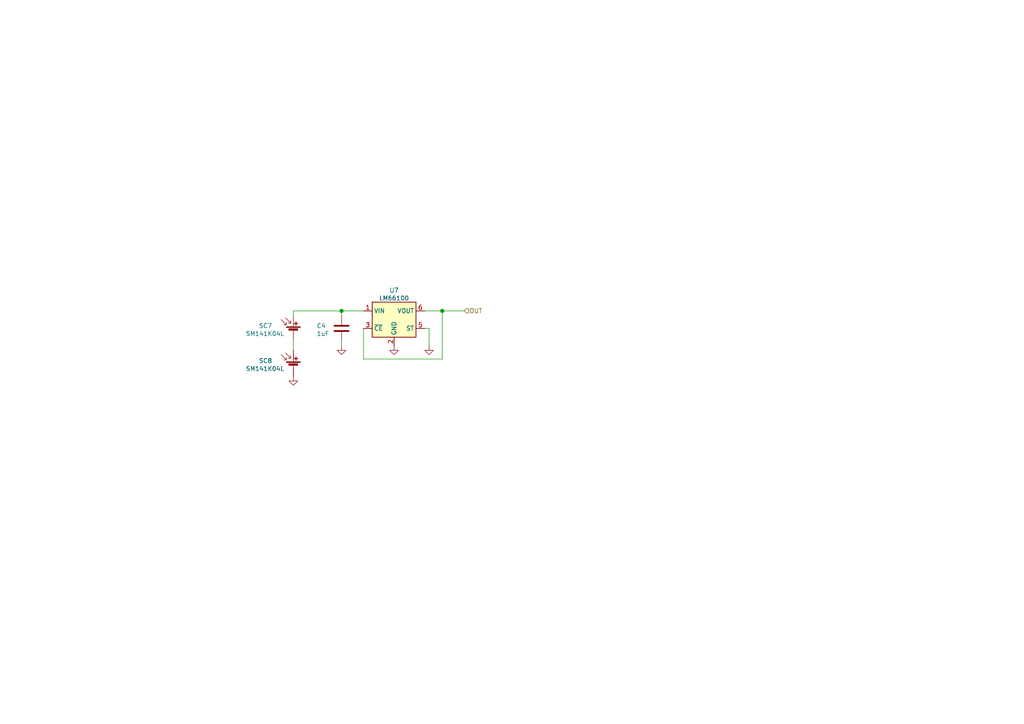
<source format=kicad_sch>
(kicad_sch (version 20210406) (generator eeschema)
  (paper "A4")
  (title_block (title "BUCube - Solar module Z") (date "2021-06-01") (rev "v1.0") (company "VUT") (comment 1 "Author: Petr Malaník"))
  (lib_symbols
    (symbol "Device:C" (pin_numbers hide) (pin_names (offset 0.254))
      (property "Reference" "C" (at 0.635 2.54 0))
      (property "Value" "C" (at 0.635 -2.54 0))
      (symbol "C_0_1"
        (polyline (pts (xy -2.032 -0.762) (xy 2.032 -0.762)) (stroke (width 0.508)))
        (polyline (pts (xy -2.032 0.762) (xy 2.032 0.762)) (stroke (width 0.508)))
      )
      (symbol "C_1_1"
        (pin passive line (at 0 3.81 270) (length 2.794) (name "~") (number "1"))
        (pin passive line (at 0 -3.81 90) (length 2.794) (name "~") (number "2"))
      )
    )
    (symbol "Device:Solar_Cell" (pin_numbers hide) (pin_names (offset 0) hide)
      (property "Reference" "SC" (at 2.54 2.54 0))
      (property "Value" "Solar_Cell" (at 2.54 0 0))
      (symbol "Solar_Cell_0_1"
        (rectangle (start -2.032 1.778) (end 2.032 1.524) (fill (type outline)))
        (rectangle (start -1.3208 1.1938) (end 1.27 0.6858) (fill (type outline)))
        (polyline (pts (xy -2.032 2.286) (xy -3.556 3.81)))
        (polyline (pts (xy -0.762 2.794) (xy -2.286 4.318)))
        (polyline (pts (xy 0 0.762) (xy 0 0)))
        (polyline (pts (xy 0 1.778) (xy 0 2.54)))
        (polyline (pts (xy 0.254 2.667) (xy 1.27 2.667)) (stroke (width 0.254)))
        (polyline (pts (xy 0.762 3.175) (xy 0.762 2.159)) (stroke (width 0.254)))
        (polyline (pts (xy -2.032 3.048) (xy -2.032 2.286) (xy -2.794 2.286)))
        (polyline (pts (xy -0.762 3.556) (xy -0.762 2.794) (xy -1.524 2.794)))
      )
      (symbol "Solar_Cell_1_1"
        (pin passive line (at 0 5.08 270) (length 2.54) (name "+") (number "1"))
        (pin passive line (at 0 -2.54 90) (length 2.54) (name "-") (number "2"))
      )
    )
    (symbol "TCY_power_management:LM66100"
      (property "Reference" "U" (at 0 6.35 0))
      (property "Value" "LM66100" (at 0 8.89 0))
      (symbol "LM66100_0_1"
        (rectangle (start -6.35 5.08) (end 6.35 -5.08) (stroke (width 0.254)) (fill (type background)))
      )
      (symbol "LM66100_1_1"
        (pin power_in line (at -8.89 2.54 0) (length 2.54) (name "VIN") (number "1"))
        (pin passive line (at 0 -7.62 90) (length 2.54) (name "GND") (number "2"))
        (pin input line (at -8.89 -2.54 0) (length 2.54) (name "~CE") (number "3"))
        (pin output line (at 8.89 -2.54 180) (length 2.54) (name "ST") (number "5"))
        (pin power_out line (at 8.89 2.54 180) (length 2.54) (name "VOUT") (number "6"))
      )
    )
    (symbol "power:GND" (power) (pin_names (offset 0))
      (property "Value" "GND" (at 0 -3.81 0))
      (symbol "GND_0_1"
        (polyline (pts (xy 0 0) (xy 0 -1.27) (xy 1.27 -1.27) (xy 0 -2.54) (xy -1.27 -1.27) (xy 0 -1.27)))
      )
      (symbol "GND_1_1"
        (pin power_in line (at 0 0 270) (length 0) hide (name "GND") (number "1"))
      )
    )
  )
  (junction (at 99.06 90.17) (diameter 1.016))
  (junction (at 128.27 90.17) (diameter 1.016))
  (wire (pts (xy 85.09 90.17) (xy 85.09 91.44)))
  (wire (pts (xy 85.09 90.17) (xy 99.06 90.17)))
  (wire (pts (xy 85.09 99.06) (xy 85.09 101.6)))
  (wire (pts (xy 99.06 90.17) (xy 99.06 91.44)))
  (wire (pts (xy 99.06 90.17) (xy 105.41 90.17)))
  (wire (pts (xy 99.06 99.06) (xy 99.06 100.33)))
  (wire (pts (xy 105.41 95.25) (xy 105.41 104.14)))
  (wire (pts (xy 105.41 104.14) (xy 128.27 104.14)))
  (wire (pts (xy 124.46 95.25) (xy 123.19 95.25)))
  (wire (pts (xy 124.46 100.33) (xy 124.46 95.25)))
  (wire (pts (xy 128.27 90.17) (xy 123.19 90.17)))
  (wire (pts (xy 128.27 90.17) (xy 134.62 90.17)))
  (wire (pts (xy 128.27 104.14) (xy 128.27 90.17)))
  (hierarchical_label "OUT" (shape input) (at 134.62 90.17 0))
  (symbol (lib_id "power:GND") (at 85.09 109.22 0)
    (property "Reference" "#PWR0149" (effects hide))
    (property "Value" "GND" (effects hide))
  )
  (symbol (lib_id "power:GND") (at 99.06 100.33 0)
    (property "Reference" "#PWR0152" (effects hide))
    (property "Value" "GND" (effects hide))
  )
  (symbol (lib_id "power:GND") (at 114.3 100.33 0)
    (property "Reference" "#PWR0151" (effects hide))
    (property "Value" "GND" (effects hide))
  )
  (symbol (lib_id "power:GND") (at 124.46 100.33 0)
    (property "Reference" "#PWR0150" (effects hide))
    (property "Value" "GND" (effects hide))
  )
  (symbol (lib_id "Device:C") (at 99.06 95.25 0)
    (property "Reference" "C4" (at 91.8211 94.4891 0) (effects (justify left)))
    (property "Value" "1uF" (at 91.8211 96.7878 0) (effects (justify left)))
    (property "Footprint" "Capacitor_SMD:C_0603_1608Metric" (effects hide))
  )
  (symbol (lib_id "Device:Solar_Cell") (at 85.09 96.52 0)
    (property "Reference" "SC7" (at 75.0571 94.4891 0) (effects (justify left)))
    (property "Value" "SM141K04L" (at 71.2471 96.7878 0) (effects (justify left)))
    (property "Footprint" "TCY_solar:SM141K04L" (effects hide))
  )
  (symbol (lib_id "Device:Solar_Cell") (at 85.09 106.68 0)
    (property "Reference" "SC8" (at 75.0571 104.6491 0) (effects (justify left)))
    (property "Value" "SM141K04L" (at 71.2471 106.9478 0) (effects (justify left)))
    (property "Footprint" "TCY_solar:SM141K04L" (effects hide))
  )
  (symbol (lib_id "TCY_power_management:LM66100") (at 114.3 92.71 0)
    (property "Reference" "U7" (at 114.3 84.1968 0))
    (property "Value" "LM66100" (at 114.3 86.4955 0))
    (property "Footprint" "Package_TO_SOT_SMD:SOT-363_SC-70-6" (effects hide))
    (property "Datasheet" "https://www.ti.com/lit/ds/symlink/lm66100.pdf?ts=1611216893994&ref_url=https%253A%252F%252Fwww.google.com%252F" (effects hide))
  )
)
</source>
